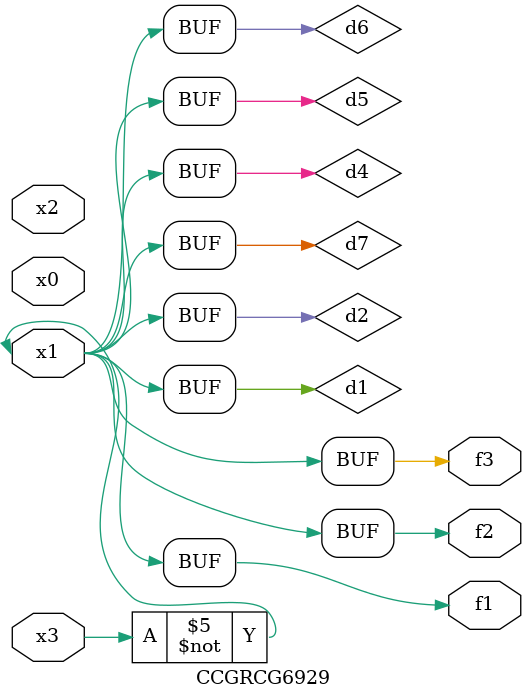
<source format=v>
module CCGRCG6929(
	input x0, x1, x2, x3,
	output f1, f2, f3
);

	wire d1, d2, d3, d4, d5, d6, d7;

	not (d1, x3);
	buf (d2, x1);
	xnor (d3, d1, d2);
	nor (d4, d1);
	buf (d5, d1, d2);
	buf (d6, d4, d5);
	nand (d7, d4);
	assign f1 = d6;
	assign f2 = d7;
	assign f3 = d6;
endmodule

</source>
